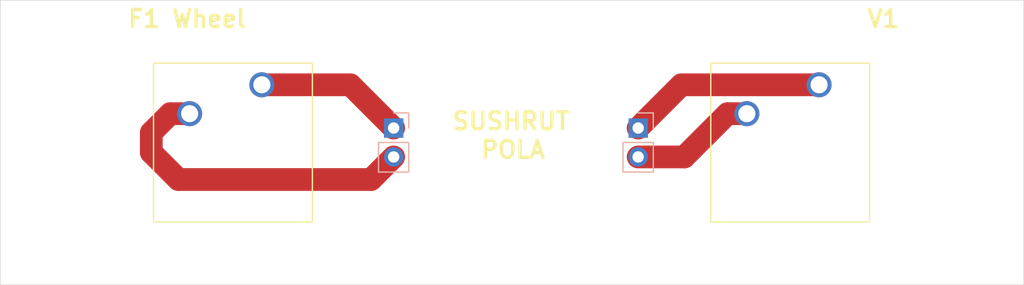
<source format=kicad_pcb>
(kicad_pcb (version 20240108) (generator "pcbnew") (generator_version "8.0")
  (layers (0 "F.Cu" signal) (31 "B.Cu" signal) (34 "B.Paste" user) (35 "F.Paste" user) (36 "B.SilkS" user "B.Silkscreen") (37 "F.SilkS" user "F.Silkscreen") (38 "B.Mask" user) (39 "F.Mask" user) (44 "Edge.Cuts" user))
  (net 0 "")
  (net 1 "Net-(J1-Pin_2)")
  (net 2 "Net-(J1-Pin_1)")
  (net 3 "Net-(J2-Pin_1)")
  (net 4 "Net-(J2-Pin_2)")
  (footprint "MountingHole:MountingHole_3.2mm_M3" (layer "F.Cu") (at 142 81)
    (property "Reference" "H3" (hide yes))
    (property "Value" "MountingHole" (hide yes))
    (pad "" np_thru_hole circle (at 0 0) (size 3.2 3.2) (drill 3.2) (layers "*.Cu" "*.Mask"))
  )
  (footprint "MountingHole:MountingHole_3.2mm_M3" (layer "F.Cu") (at 142 97)
    (property "Reference" "H4" (hide yes))
    (property "Value" "MountingHole" (hide yes))
    (pad "" np_thru_hole circle (at 0 0) (size 3.2 3.2) (drill 3.2) (layers "*.Cu" "*.Mask"))
  )
  (footprint "Button_Switch_Keyboard:SW_Cherry_MX_1.00u_PCB" (layer "F.Cu") (at 169 83.92)
    (property "Reference" "SW2" (hide yes))
    (property "Value" "SW_Push" (hide yes))
    (fp_line (start -9.525 -1.905) (end 4.445 -1.905) (stroke (width 0.12)) (layer "F.SilkS"))
    (fp_line (start -9.525 12.065) (end -9.525 -1.905) (stroke (width 0.12)) (layer "F.SilkS"))
    (fp_line (start 4.445 -1.905) (end 4.445 12.065) (stroke (width 0.12)) (layer "F.SilkS"))
    (fp_line (start 4.445 12.065) (end -9.525 12.065) (stroke (width 0.12)) (layer "F.SilkS"))
    (pad "" np_thru_hole circle (at -7.62 5.08) (size 1.7 1.7) (drill 1.7) (layers "*.Cu" "*.Mask"))
    (pad "" np_thru_hole circle (at -2.54 5.08) (size 4 4) (drill 4) (layers "*.Cu" "*.Mask"))
    (pad "" np_thru_hole circle (at 2.54 5.08) (size 1.7 1.7) (drill 1.7) (layers "*.Cu" "*.Mask"))
    (pad "1" thru_hole circle (at 0 0) (size 2.2 2.2) (drill 1.5) (layers "*.Cu" "*.Mask") (net 3 "Net-(J2-Pin_1)"))
    (pad "2" thru_hole circle (at -6.35 2.54) (size 2.2 2.2) (drill 1.5) (layers "*.Cu" "*.Mask") (net 4 "Net-(J2-Pin_2)"))
  )
  (footprint "MountingHole:MountingHole_3.2mm_M3" (layer "F.Cu") (at 182 97)
    (property "Reference" "H2" (hide yes))
    (property "Value" "MountingHole" (hide yes))
    (pad "" np_thru_hole circle (at 0 0) (size 3.2 3.2) (drill 3.2) (layers "*.Cu" "*.Mask"))
  )
  (footprint "MountingHole:MountingHole_3.2mm_M3" (layer "F.Cu") (at 102 97)
    (property "Reference" "H6" (hide yes))
    (property "Value" "MountingHole" (hide yes))
    (pad "" np_thru_hole circle (at 0 0) (size 3.2 3.2) (drill 3.2) (layers "*.Cu" "*.Mask"))
  )
  (footprint "Button_Switch_Keyboard:SW_Cherry_MX_1.00u_PCB" (layer "F.Cu") (at 120 83.92)
    (property "Reference" "SW1" (hide yes))
    (property "Value" "SW_Push" (hide yes))
    (fp_line (start -9.525 -1.905) (end 4.445 -1.905) (stroke (width 0.12)) (layer "F.SilkS"))
    (fp_line (start -9.525 12.065) (end -9.525 -1.905) (stroke (width 0.12)) (layer "F.SilkS"))
    (fp_line (start 4.445 -1.905) (end 4.445 12.065) (stroke (width 0.12)) (layer "F.SilkS"))
    (fp_line (start 4.445 12.065) (end -9.525 12.065) (stroke (width 0.12)) (layer "F.SilkS"))
    (pad "" np_thru_hole circle (at -7.62 5.08) (size 1.7 1.7) (drill 1.7) (layers "*.Cu" "*.Mask"))
    (pad "" np_thru_hole circle (at -2.54 5.08) (size 4 4) (drill 4) (layers "*.Cu" "*.Mask"))
    (pad "" np_thru_hole circle (at 2.54 5.08) (size 1.7 1.7) (drill 1.7) (layers "*.Cu" "*.Mask"))
    (pad "1" thru_hole circle (at 0 0) (size 2.2 2.2) (drill 1.5) (layers "*.Cu" "*.Mask") (net 2 "Net-(J1-Pin_1)"))
    (pad "2" thru_hole circle (at -6.35 2.54) (size 2.2 2.2) (drill 1.5) (layers "*.Cu" "*.Mask") (net 1 "Net-(J1-Pin_2)"))
  )
  (footprint "MountingHole:MountingHole_3.2mm_M3" (layer "F.Cu") (at 182 81)
    (property "Reference" "H1" (hide yes))
    (property "Value" "MountingHole" (hide yes))
    (pad "" np_thru_hole circle (at 0 0) (size 3.2 3.2) (drill 3.2) (layers "*.Cu" "*.Mask"))
  )
  (footprint "MountingHole:MountingHole_3.2mm_M3" (layer "F.Cu") (at 102 81)
    (property "Reference" "H5" (hide yes))
    (property "Value" "MountingHole" (hide yes))
    (pad "" np_thru_hole circle (at 0 0) (size 3.2 3.2) (drill 3.2) (layers "*.Cu" "*.Mask"))
  )
  (footprint "Connector_PinHeader_2.54mm:PinHeader_1x02_P2.54mm_Vertical" (layer "B.Cu") (at 153.09 87.725 180)
    (property "Reference" "J2" (hide yes))
    (property "Value" "Conn_01x02_Pin" (hide yes))
    (fp_line (start 1.33 -1.27) (end -1.33 -1.27) (stroke (width 0.12)) (layer "B.SilkS"))
    (fp_line (start 1.33 -3.87) (end 1.33 -1.27) (stroke (width 0.12)) (layer "B.SilkS"))
    (fp_line (start 1.33 -3.87) (end -1.33 -3.87) (stroke (width 0.12)) (layer "B.SilkS"))
    (fp_line (start 0 1.33) (end -1.33 1.33) (stroke (width 0.12)) (layer "B.SilkS"))
    (fp_line (start -1.33 1.33) (end -1.33 0) (stroke (width 0.12)) (layer "B.SilkS"))
    (fp_line (start -1.33 -3.87) (end -1.33 -1.27) (stroke (width 0.12)) (layer "B.SilkS"))
    (pad "1" thru_hole rect (at 0 0 180) (size 1.7 1.7) (drill 1) (layers "*.Cu" "*.Mask") (net 3 "Net-(J2-Pin_1)"))
    (pad "2" thru_hole oval (at 0 -2.54 180) (size 1.7 1.7) (drill 1) (layers "*.Cu" "*.Mask") (net 4 "Net-(J2-Pin_2)"))
  )
  (footprint "Connector_PinHeader_2.54mm:PinHeader_1x02_P2.54mm_Vertical" (layer "B.Cu") (at 131.59 87.725 180)
    (property "Reference" "J1" (hide yes))
    (property "Value" "Conn_01x02_Pin" (hide yes))
    (fp_line (start 1.33 -1.27) (end -1.33 -1.27) (stroke (width 0.12)) (layer "B.SilkS"))
    (fp_line (start 1.33 -3.87) (end 1.33 -1.27) (stroke (width 0.12)) (layer "B.SilkS"))
    (fp_line (start 1.33 -3.87) (end -1.33 -3.87) (stroke (width 0.12)) (layer "B.SilkS"))
    (fp_line (start 0 1.33) (end -1.33 1.33) (stroke (width 0.12)) (layer "B.SilkS"))
    (fp_line (start -1.33 1.33) (end -1.33 0) (stroke (width 0.12)) (layer "B.SilkS"))
    (fp_line (start -1.33 -3.87) (end -1.33 -1.27) (stroke (width 0.12)) (layer "B.SilkS"))
    (pad "1" thru_hole rect (at 0 0 180) (size 1.7 1.7) (drill 1) (layers "*.Cu" "*.Mask") (net 2 "Net-(J1-Pin_1)"))
    (pad "2" thru_hole oval (at 0 -2.54 180) (size 1.7 1.7) (drill 1) (layers "*.Cu" "*.Mask") (net 1 "Net-(J1-Pin_2)"))
  )
  (gr_line (start 97 76.49) (end 97 101.49) (stroke (width 0.05)) (layer "Edge.Cuts"))
  (gr_line (start 187 101.49) (end 97 101.49) (stroke (width 0.05)) (layer "Edge.Cuts"))
  (gr_line (start 187 76.49) (end 187 101.49) (stroke (width 0.05)) (layer "Edge.Cuts"))
  (gr_line (start 97 76.49) (end 187 76.49) (stroke (width 0.05)) (layer "Edge.Cuts"))
  (gr_text "V1" (at 173.09 79 0) (layer "F.SilkS") (effects (font (size 1.5 1.5) (thickness 0.3) (bold yes)) (justify left bottom)))
  (gr_text "POLA" (at 139.09 90.5 0) (layer "F.SilkS") (effects (font (size 1.5 1.5) (thickness 0.3) (bold yes)) (justify left bottom)))
  (gr_text "F1 Wheel\n" (at 108.09 79 0) (layer "F.SilkS") (effects (font (size 1.5 1.5) (thickness 0.3) (bold yes)) (justify left bottom)))
  (gr_text "SUSHRUT" (at 136.59 88 0) (layer "F.SilkS") (effects (font (size 1.5 1.5) (thickness 0.3) (bold yes)) (justify left bottom)))
  (segment (start 111.950152 86.46) (end 113.65 86.46) (width 2) (layer "F.Cu") (net 1))
  (segment (start 110.28 88.130152) (end 111.950152 86.46) (width 2) (layer "F.Cu") (net 1))
  (segment (start 129.605 92.25) (end 112.660152 92.25) (width 2) (layer "F.Cu") (net 1))
  (segment (start 112.660152 92.25) (end 110.28 89.869848) (width 2) (layer "F.Cu") (net 1))
  (segment (start 110.28 89.869848) (end 110.28 88.130152) (width 2) (layer "F.Cu") (net 1))
  (segment (start 131.59 90.265) (end 129.605 92.25) (width 2) (layer "F.Cu") (net 1))
  (segment (start 127.785 83.92) (end 120 83.92) (width 2) (layer "F.Cu") (net 2))
  (segment (start 131.59 87.725) (end 127.785 83.92) (width 2) (layer "F.Cu") (net 2))
  (segment (start 156.895 83.92) (end 169 83.92) (width 2) (layer "F.Cu") (net 3))
  (segment (start 153.09 87.725) (end 156.895 83.92) (width 2) (layer "F.Cu") (net 3))
  (segment (start 160.950152 86.46) (end 162.65 86.46) (width 2) (layer "F.Cu") (net 4))
  (segment (start 153.09 90.265) (end 157.145152 90.265) (width 2) (layer "F.Cu") (net 4))
  (segment (start 157.145152 90.265) (end 160.950152 86.46) (width 2) (layer "F.Cu") (net 4))
)
</source>
